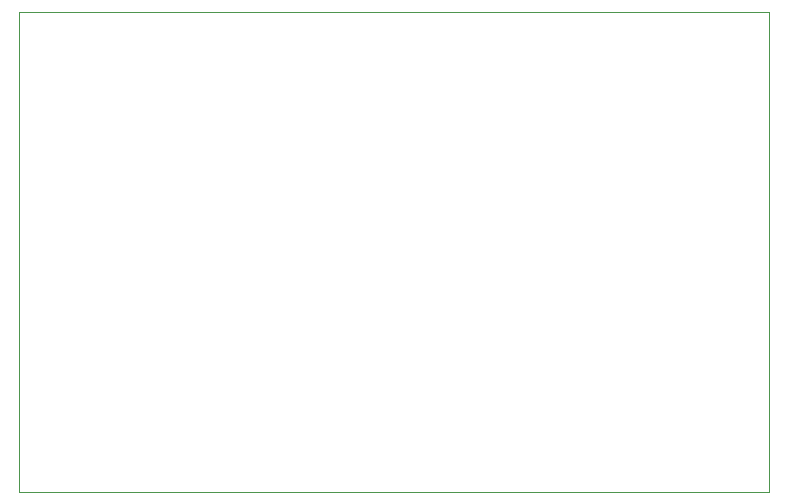
<source format=gbr>
G04 #@! TF.GenerationSoftware,KiCad,Pcbnew,(5.1.5)-3*
G04 #@! TF.CreationDate,2020-06-12T14:11:04-04:00*
G04 #@! TF.ProjectId,main,6d61696e-2e6b-4696-9361-645f70636258,rev?*
G04 #@! TF.SameCoordinates,Original*
G04 #@! TF.FileFunction,Profile,NP*
%FSLAX46Y46*%
G04 Gerber Fmt 4.6, Leading zero omitted, Abs format (unit mm)*
G04 Created by KiCad (PCBNEW (5.1.5)-3) date 2020-06-12 14:11:04*
%MOMM*%
%LPD*%
G04 APERTURE LIST*
%ADD10C,0.050000*%
G04 APERTURE END LIST*
D10*
X154940000Y-83820000D02*
X154940000Y-124460000D01*
X91440000Y-83820000D02*
X154940000Y-83820000D01*
X91440000Y-124460000D02*
X91440000Y-83820000D01*
X154940000Y-124460000D02*
X91440000Y-124460000D01*
M02*

</source>
